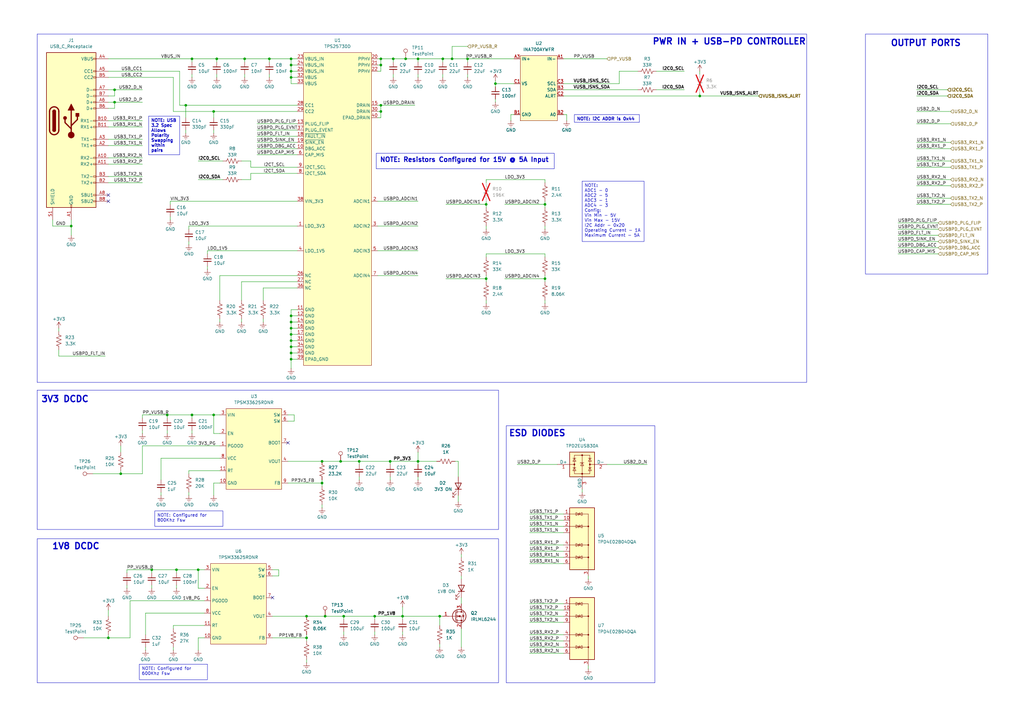
<source format=kicad_sch>
(kicad_sch (version 20231120) (generator "eeschema") (generator_version "8.0")
  (paper "A3")
  (title_block (title "Power") (date "2024-10-14") (rev "2.0") (company "Drexel University") (comment 1 "Designed by John Hofmeyr"))
  (junction (at 199.39 114.3))
  (junction (at 171.45 189.23))
  (junction (at 119.38 139.7))
  (junction (at 287.02 39.37))
  (junction (at 125.73 261.62))
  (junction (at 110.49 24.13))
  (junction (at 147.32 189.23))
  (junction (at 203.2 34.29))
  (junction (at 181.61 24.13))
  (junction (at 119.38 31.75))
  (junction (at 46.99 41.91))
  (junction (at 87.63 45.72))
  (junction (at 44.45 261.62))
  (junction (at 119.38 132.08))
  (junction (at 100.33 24.13))
  (junction (at 153.67 252.73))
  (junction (at 119.38 144.78))
  (junction (at 156.21 45.72))
  (junction (at 119.38 142.24))
  (junction (at 119.38 147.32))
  (junction (at 156.21 24.13))
  (junction (at 199.39 83.82))
  (junction (at 161.29 24.13))
  (junction (at 119.38 134.62))
  (junction (at 29.21 92.71))
  (junction (at 62.23 233.68))
  (junction (at 156.21 26.67))
  (junction (at 171.45 24.13))
  (junction (at 132.08 189.23))
  (junction (at 191.77 24.13))
  (junction (at 49.53 194.31))
  (junction (at 46.99 36.83))
  (junction (at 72.39 233.68))
  (junction (at 68.58 170.18))
  (junction (at 185.42 24.13))
  (junction (at 119.38 29.21))
  (junction (at 81.28 233.68))
  (junction (at 133.35 252.73))
  (junction (at 132.08 198.12))
  (junction (at 87.63 170.18))
  (junction (at 119.38 129.54))
  (junction (at 156.21 43.18))
  (junction (at 160.02 189.23))
  (junction (at 125.73 252.73))
  (junction (at 78.74 24.13))
  (junction (at 223.52 83.82))
  (junction (at 140.97 252.73))
  (junction (at 119.38 24.13))
  (junction (at 78.74 170.18))
  (junction (at 119.38 26.67))
  (junction (at 223.52 114.3))
  (junction (at 119.38 137.16))
  (junction (at 139.7 189.23))
  (junction (at 88.9 24.13))
  (junction (at 76.2 43.18))
  (junction (at 165.1 252.73))
  (junction (at 166.37 24.13))
  (junction (at 180.34 252.73))
  (no_connect (at 44.45 82.55))
  (no_connect (at 44.45 80.01))
  (no_connect (at 111.76 245.11))
  (no_connect (at 118.11 181.61))
  (wire (pts (xy 77.47 201.93) (xy 77.47 203.2)))
  (wire (pts (xy 153.67 259.08) (xy 153.67 260.35)))
  (wire (pts (xy 199.39 114.3) (xy 182.88 114.3)))
  (wire (pts (xy 389.89 76.2) (xy 375.92 76.2)))
  (wire (pts (xy 88.9 24.13) (xy 100.33 24.13)))
  (wire (pts (xy 287.02 38.1) (xy 287.02 39.37)))
  (wire (pts (xy 368.3 101.6) (xy 384.81 101.6)))
  (wire (pts (xy 375.92 45.72) (xy 389.89 45.72)))
  (wire (pts (xy 223.52 104.14) (xy 223.52 105.41)))
  (wire (pts (xy 156.21 29.21) (xy 154.94 29.21)))
  (wire (pts (xy 24.13 134.62) (xy 24.13 135.89)))
  (wire (pts (xy 389.89 66.04) (xy 375.92 66.04)))
  (wire (pts (xy 119.38 137.16) (xy 119.38 139.7)))
  (wire (pts (xy 368.3 93.98) (xy 384.81 93.98)))
  (wire (pts (xy 78.74 30.48) (xy 78.74 31.75)))
  (wire (pts (xy 156.21 48.26) (xy 156.21 45.72)))
  (wire (pts (xy 191.77 24.13) (xy 210.82 24.13)))
  (wire (pts (xy 85.09 104.14) (xy 85.09 102.87)))
  (wire (pts (xy 29.21 90.17) (xy 29.21 92.71)))
  (wire (pts (xy 161.29 24.13) (xy 166.37 24.13)))
  (wire (pts (xy 58.42 170.18) (xy 58.42 171.45)))
  (wire (pts (xy 83.82 256.54) (xy 71.12 256.54)))
  (wire (pts (xy 110.49 30.48) (xy 110.49 31.75)))
  (wire (pts (xy 156.21 24.13) (xy 156.21 26.67)))
  (wire (pts (xy 66.04 187.96) (xy 66.04 196.85)))
  (wire (pts (xy 120.65 170.18) (xy 120.65 172.72)))
  (wire (pts (xy 223.52 82.55) (xy 223.52 83.82)))
  (wire (pts (xy 119.38 34.29) (xy 121.92 34.29)))
  (wire (pts (xy 181.61 252.73) (xy 180.34 252.73)))
  (wire (pts (xy 105.41 55.88) (xy 121.92 55.88)))
  (wire (pts (xy 199.39 113.03) (xy 199.39 114.3)))
  (wire (pts (xy 69.85 82.55) (xy 121.92 82.55)))
  (wire (pts (xy 118.11 198.12) (xy 132.08 198.12)))
  (wire (pts (xy 68.58 170.18) (xy 68.58 171.45)))
  (wire (pts (xy 199.39 82.55) (xy 199.39 83.82)))
  (wire (pts (xy 105.41 53.34) (xy 121.92 53.34)))
  (wire (pts (xy 166.37 24.13) (xy 171.45 24.13)))
  (wire (pts (xy 140.97 259.08) (xy 140.97 260.35)))
  (wire (pts (xy 231.14 223.52) (xy 217.17 223.52)))
  (wire (pts (xy 389.89 58.42) (xy 375.92 58.42)))
  (wire (pts (xy 223.52 123.19) (xy 223.52 124.46)))
  (wire (pts (xy 209.55 46.99) (xy 209.55 49.53)))
  (wire (pts (xy 231.14 213.36) (xy 217.17 213.36)))
  (wire (pts (xy 161.29 25.4) (xy 161.29 24.13)))
  (wire (pts (xy 77.47 193.04) (xy 77.47 194.31)))
  (wire (pts (xy 81.28 241.3) (xy 81.28 233.68)))
  (wire (pts (xy 156.21 24.13) (xy 154.94 24.13)))
  (wire (pts (xy 77.47 93.98) (xy 77.47 92.71)))
  (wire (pts (xy 90.17 113.03) (xy 121.92 113.03)))
  (wire (pts (xy 231.14 218.44) (xy 217.17 218.44)))
  (wire (pts (xy 231.14 267.97) (xy 217.17 267.97)))
  (wire (pts (xy 73.66 43.18) (xy 76.2 43.18)))
  (wire (pts (xy 58.42 176.53) (xy 58.42 177.8)))
  (wire (pts (xy 107.95 123.19) (xy 107.95 118.11)))
  (wire (pts (xy 90.17 187.96) (xy 66.04 187.96)))
  (wire (pts (xy 238.76 200.66) (xy 238.76 201.93)))
  (wire (pts (xy 107.95 118.11) (xy 121.92 118.11)))
  (wire (pts (xy 165.1 252.73) (xy 153.67 252.73)))
  (wire (pts (xy 111.76 233.68) (xy 114.3 233.68)))
  (wire (pts (xy 181.61 24.13) (xy 185.42 24.13)))
  (wire (pts (xy 118.11 170.18) (xy 120.65 170.18)))
  (wire (pts (xy 78.74 24.13) (xy 88.9 24.13)))
  (wire (pts (xy 71.12 45.72) (xy 87.63 45.72)))
  (wire (pts (xy 90.17 130.81) (xy 90.17 132.08)))
  (wire (pts (xy 269.24 29.21) (xy 280.67 29.21)))
  (wire (pts (xy 87.63 170.18) (xy 90.17 170.18)))
  (wire (pts (xy 187.96 203.2) (xy 187.96 205.74)))
  (wire (pts (xy 81.28 66.04) (xy 91.44 66.04)))
  (wire (pts (xy 119.38 29.21) (xy 121.92 29.21)))
  (wire (pts (xy 241.3 236.22) (xy 241.3 237.49)))
  (wire (pts (xy 165.1 254) (xy 165.1 252.73)))
  (wire (pts (xy 269.24 36.83) (xy 280.67 36.83)))
  (wire (pts (xy 69.85 88.9) (xy 69.85 90.17)))
  (wire (pts (xy 78.74 170.18) (xy 78.74 171.45)))
  (wire (pts (xy 187.96 189.23) (xy 187.96 195.58)))
  (wire (pts (xy 44.45 49.53) (xy 58.42 49.53)))
  (wire (pts (xy 76.2 43.18) (xy 76.2 48.26)))
  (wire (pts (xy 156.21 43.18) (xy 156.21 45.72)))
  (wire (pts (xy 46.99 44.45) (xy 46.99 41.91)))
  (wire (pts (xy 199.39 123.19) (xy 199.39 124.46)))
  (wire (pts (xy 44.45 24.13) (xy 78.74 24.13)))
  (wire (pts (xy 102.87 68.58) (xy 102.87 66.04)))
  (wire (pts (xy 154.94 92.71) (xy 171.45 92.71)))
  (wire (pts (xy 210.82 46.99) (xy 209.55 46.99)))
  (wire (pts (xy 119.38 137.16) (xy 121.92 137.16)))
  (wire (pts (xy 223.52 73.66) (xy 223.52 74.93)))
  (wire (pts (xy 59.69 265.43) (xy 59.69 266.7)))
  (wire (pts (xy 111.76 252.73) (xy 125.73 252.73)))
  (wire (pts (xy 105.41 50.8) (xy 121.92 50.8)))
  (wire (pts (xy 287.02 29.21) (xy 287.02 30.48)))
  (wire (pts (xy 87.63 177.8) (xy 87.63 170.18)))
  (wire (pts (xy 83.82 261.62) (xy 81.28 261.62)))
  (wire (pts (xy 72.39 233.68) (xy 72.39 234.95)))
  (wire (pts (xy 212.09 190.5) (xy 228.6 190.5)))
  (wire (pts (xy 44.45 52.07) (xy 58.42 52.07)))
  (wire (pts (xy 156.21 26.67) (xy 154.94 26.67)))
  (wire (pts (xy 156.21 26.67) (xy 156.21 29.21)))
  (wire (pts (xy 88.9 30.48) (xy 88.9 31.75)))
  (wire (pts (xy 223.52 113.03) (xy 223.52 114.3)))
  (wire (pts (xy 231.14 255.27) (xy 217.17 255.27)))
  (wire (pts (xy 231.14 262.89) (xy 217.17 262.89)))
  (wire (pts (xy 83.82 246.38) (xy 53.34 246.38)))
  (wire (pts (xy 53.34 261.62) (xy 44.45 261.62)))
  (wire (pts (xy 119.38 31.75) (xy 121.92 31.75)))
  (wire (pts (xy 223.52 114.3) (xy 223.52 115.57)))
  (wire (pts (xy 119.38 139.7) (xy 121.92 139.7)))
  (wire (pts (xy 99.06 123.19) (xy 99.06 115.57)))
  (wire (pts (xy 52.07 240.03) (xy 52.07 241.3)))
  (wire (pts (xy 203.2 33.02) (xy 203.2 34.29)))
  (wire (pts (xy 81.28 73.66) (xy 91.44 73.66)))
  (wire (pts (xy 287.02 39.37) (xy 311.15 39.37)))
  (wire (pts (xy 199.39 73.66) (xy 199.39 74.93)))
  (wire (pts (xy 119.38 24.13) (xy 119.38 26.67)))
  (wire (pts (xy 119.38 142.24) (xy 121.92 142.24)))
  (wire (pts (xy 368.3 104.14) (xy 384.81 104.14)))
  (wire (pts (xy 160.02 195.58) (xy 160.02 196.85)))
  (wire (pts (xy 119.38 147.32) (xy 119.38 151.13)))
  (wire (pts (xy 231.14 34.29) (xy 254 34.29)))
  (wire (pts (xy 110.49 24.13) (xy 119.38 24.13)))
  (wire (pts (xy 375.92 39.37) (xy 388.62 39.37)))
  (wire (pts (xy 156.21 43.18) (xy 170.18 43.18)))
  (wire (pts (xy 223.52 83.82) (xy 207.01 83.82)))
  (wire (pts (xy 165.1 259.08) (xy 165.1 260.35)))
  (wire (pts (xy 199.39 83.82) (xy 199.39 85.09)))
  (wire (pts (xy 199.39 104.14) (xy 199.39 105.41)))
  (wire (pts (xy 83.82 241.3) (xy 81.28 241.3)))
  (wire (pts (xy 62.23 240.03) (xy 62.23 241.3)))
  (wire (pts (xy 199.39 104.14) (xy 223.52 104.14)))
  (wire (pts (xy 87.63 198.12) (xy 87.63 203.2)))
  (wire (pts (xy 119.38 26.67) (xy 119.38 29.21)))
  (wire (pts (xy 111.76 261.62) (xy 125.73 261.62)))
  (wire (pts (xy 71.12 31.75) (xy 44.45 31.75)))
  (wire (pts (xy 199.39 114.3) (xy 199.39 115.57)))
  (wire (pts (xy 105.41 60.96) (xy 121.92 60.96)))
  (wire (pts (xy 119.38 29.21) (xy 119.38 31.75)))
  (wire (pts (xy 375.92 50.8) (xy 389.89 50.8)))
  (wire (pts (xy 90.17 182.88) (xy 58.42 182.88)))
  (wire (pts (xy 77.47 99.06) (xy 77.47 100.33)))
  (wire (pts (xy 69.85 83.82) (xy 69.85 82.55)))
  (wire (pts (xy 368.3 99.06) (xy 384.81 99.06)))
  (wire (pts (xy 71.12 265.43) (xy 71.12 266.7)))
  (wire (pts (xy 44.45 67.31) (xy 58.42 67.31)))
  (wire (pts (xy 24.13 143.51) (xy 24.13 146.05)))
  (wire (pts (xy 85.09 109.22) (xy 85.09 110.49)))
  (wire (pts (xy 231.14 39.37) (xy 287.02 39.37)))
  (wire (pts (xy 191.77 30.48) (xy 191.77 31.75)))
  (wire (pts (xy 100.33 25.4) (xy 100.33 24.13)))
  (wire (pts (xy 46.99 36.83) (xy 58.42 36.83)))
  (wire (pts (xy 265.43 190.5) (xy 248.92 190.5)))
  (wire (pts (xy 58.42 194.31) (xy 49.53 194.31)))
  (wire (pts (xy 121.92 43.18) (xy 76.2 43.18)))
  (wire (pts (xy 66.04 201.93) (xy 66.04 203.2)))
  (wire (pts (xy 68.58 170.18) (xy 78.74 170.18)))
  (wire (pts (xy 119.38 129.54) (xy 119.38 132.08)))
  (wire (pts (xy 99.06 73.66) (xy 102.87 73.66)))
  (wire (pts (xy 185.42 19.05) (xy 191.77 19.05)))
  (wire (pts (xy 147.32 189.23) (xy 147.32 190.5)))
  (wire (pts (xy 81.28 261.62) (xy 81.28 266.7)))
  (wire (pts (xy 181.61 25.4) (xy 181.61 24.13)))
  (wire (pts (xy 100.33 30.48) (xy 100.33 31.75)))
  (wire (pts (xy 389.89 81.28) (xy 375.92 81.28)))
  (wire (pts (xy 231.14 247.65) (xy 217.17 247.65)))
  (wire (pts (xy 119.38 142.24) (xy 119.38 144.78)))
  (wire (pts (xy 165.1 248.92) (xy 165.1 252.73)))
  (wire (pts (xy 49.53 193.04) (xy 49.53 194.31)))
  (wire (pts (xy 154.94 43.18) (xy 156.21 43.18)))
  (wire (pts (xy 53.34 246.38) (xy 53.34 261.62)))
  (wire (pts (xy 185.42 24.13) (xy 185.42 19.05)))
  (wire (pts (xy 62.23 233.68) (xy 62.23 234.95)))
  (wire (pts (xy 73.66 43.18) (xy 73.66 29.21)))
  (wire (pts (xy 90.17 193.04) (xy 77.47 193.04)))
  (wire (pts (xy 119.38 127) (xy 121.92 127)))
  (wire (pts (xy 73.66 29.21) (xy 44.45 29.21)))
  (wire (pts (xy 119.38 132.08) (xy 119.38 134.62)))
  (wire (pts (xy 99.06 130.81) (xy 99.06 132.08)))
  (wire (pts (xy 114.3 236.22) (xy 111.76 236.22)))
  (wire (pts (xy 29.21 92.71) (xy 29.21 96.52)))
  (wire (pts (xy 254 34.29) (xy 254 29.21)))
  (wire (pts (xy 58.42 170.18) (xy 68.58 170.18)))
  (wire (pts (xy 231.14 24.13) (xy 248.92 24.13)))
  (wire (pts (xy 21.59 90.17) (xy 21.59 92.71)))
  (wire (pts (xy 199.39 92.71) (xy 199.39 93.98)))
  (wire (pts (xy 99.06 115.57) (xy 121.92 115.57)))
  (wire (pts (xy 119.38 26.67) (xy 121.92 26.67)))
  (wire (pts (xy 185.42 24.13) (xy 191.77 24.13)))
  (wire (pts (xy 389.89 68.58) (xy 375.92 68.58)))
  (wire (pts (xy 231.14 46.99) (xy 232.41 46.99)))
  (wire (pts (xy 52.07 233.68) (xy 52.07 234.95)))
  (wire (pts (xy 83.82 251.46) (xy 59.69 251.46)))
  (wire (pts (xy 44.45 36.83) (xy 46.99 36.83)))
  (wire (pts (xy 46.99 41.91) (xy 58.42 41.91)))
  (wire (pts (xy 46.99 39.37) (xy 46.99 36.83)))
  (wire (pts (xy 231.14 265.43) (xy 217.17 265.43)))
  (wire (pts (xy 110.49 24.13) (xy 100.33 24.13)))
  (wire (pts (xy 154.94 48.26) (xy 156.21 48.26)))
  (wire (pts (xy 44.45 41.91) (xy 46.99 41.91)))
  (wire (pts (xy 107.95 130.81) (xy 107.95 132.08)))
  (wire (pts (xy 171.45 195.58) (xy 171.45 196.85)))
  (wire (pts (xy 119.38 139.7) (xy 119.38 142.24)))
  (wire (pts (xy 231.14 260.35) (xy 217.17 260.35)))
  (wire (pts (xy 44.45 250.19) (xy 44.45 252.73)))
  (wire (pts (xy 71.12 45.72) (xy 71.12 31.75)))
  (wire (pts (xy 153.67 252.73) (xy 153.67 254)))
  (wire (pts (xy 58.42 182.88) (xy 58.42 194.31)))
  (wire (pts (xy 147.32 189.23) (xy 160.02 189.23)))
  (wire (pts (xy 186.69 189.23) (xy 187.96 189.23)))
  (wire (pts (xy 90.17 123.19) (xy 90.17 113.03)))
  (wire (pts (xy 119.38 129.54) (xy 121.92 129.54)))
  (wire (pts (xy 171.45 25.4) (xy 171.45 24.13)))
  (wire (pts (xy 191.77 25.4) (xy 191.77 24.13)))
  (wire (pts (xy 119.38 134.62) (xy 121.92 134.62)))
  (wire (pts (xy 199.39 73.66) (xy 223.52 73.66)))
  (wire (pts (xy 72.39 233.68) (xy 81.28 233.68)))
  (wire (pts (xy 119.38 144.78) (xy 121.92 144.78)))
  (wire (pts (xy 119.38 127) (xy 119.38 129.54)))
  (wire (pts (xy 119.38 134.62) (xy 119.38 137.16)))
  (wire (pts (xy 171.45 30.48) (xy 171.45 31.75)))
  (wire (pts (xy 49.53 182.88) (xy 49.53 185.42)))
  (wire (pts (xy 90.17 198.12) (xy 87.63 198.12)))
  (wire (pts (xy 44.45 39.37) (xy 46.99 39.37)))
  (wire (pts (xy 44.45 44.45) (xy 46.99 44.45)))
  (wire (pts (xy 231.14 210.82) (xy 217.17 210.82)))
  (wire (pts (xy 44.45 74.93) (xy 58.42 74.93)))
  (wire (pts (xy 24.13 146.05) (xy 43.18 146.05)))
  (wire (pts (xy 44.45 64.77) (xy 58.42 64.77)))
  (wire (pts (xy 88.9 25.4) (xy 88.9 24.13)))
  (wire (pts (xy 156.21 24.13) (xy 161.29 24.13)))
  (wire (pts (xy 71.12 256.54) (xy 71.12 257.81)))
  (wire (pts (xy 44.45 57.15) (xy 58.42 57.15)))
  (wire (pts (xy 34.29 261.62) (xy 44.45 261.62)))
  (wire (pts (xy 231.14 250.19) (xy 217.17 250.19)))
  (wire (pts (xy 78.74 170.18) (xy 87.63 170.18)))
  (wire (pts (xy 72.39 240.03) (xy 72.39 241.3)))
  (wire (pts (xy 231.14 226.06) (xy 217.17 226.06)))
  (wire (pts (xy 199.39 83.82) (xy 182.88 83.82)))
  (wire (pts (xy 87.63 45.72) (xy 87.63 48.26)))
  (wire (pts (xy 132.08 207.01) (xy 132.08 208.28)))
  (wire (pts (xy 203.2 34.29) (xy 203.2 35.56)))
  (wire (pts (xy 165.1 252.73) (xy 180.34 252.73)))
  (wire (pts (xy 241.3 273.05) (xy 241.3 274.32)))
  (wire (pts (xy 375.92 36.83) (xy 388.62 36.83)))
  (wire (pts (xy 132.08 196.85) (xy 132.08 198.12)))
  (wire (pts (xy 156.21 45.72) (xy 154.94 45.72)))
  (wire (pts (xy 189.23 236.22) (xy 189.23 237.49)))
  (wire (pts (xy 121.92 45.72) (xy 87.63 45.72)))
  (wire (pts (xy 76.2 53.34) (xy 76.2 54.61)))
  (wire (pts (xy 132.08 189.23) (xy 139.7 189.23)))
  (wire (pts (xy 160.02 189.23) (xy 160.02 190.5)))
  (wire (pts (xy 44.45 260.35) (xy 44.45 261.62)))
  (wire (pts (xy 232.41 46.99) (xy 232.41 49.53)))
  (wire (pts (xy 189.23 227.33) (xy 189.23 228.6)))
  (wire (pts (xy 62.23 233.68) (xy 72.39 233.68)))
  (wire (pts (xy 154.94 113.03) (xy 171.45 113.03)))
  (wire (pts (xy 231.14 215.9) (xy 217.17 215.9)))
  (wire (pts (xy 119.38 24.13) (xy 121.92 24.13)))
  (wire (pts (xy 171.45 24.13) (xy 181.61 24.13)))
  (wire (pts (xy 77.47 92.71) (xy 121.92 92.71)))
  (wire (pts (xy 140.97 252.73) (xy 140.97 254)))
  (wire (pts (xy 231.14 231.14) (xy 217.17 231.14)))
  (wire (pts (xy 189.23 257.81) (xy 189.23 265.43)))
  (wire (pts (xy 171.45 185.42) (xy 171.45 189.23)))
  (wire (pts (xy 389.89 60.96) (xy 375.92 60.96)))
  (wire (pts (xy 105.41 58.42) (xy 121.92 58.42)))
  (wire (pts (xy 223.52 92.71) (xy 223.52 93.98)))
  (wire (pts (xy 78.74 176.53) (xy 78.74 177.8)))
  (wire (pts (xy 44.45 59.69) (xy 58.42 59.69)))
  (wire (pts (xy 133.35 252.73) (xy 140.97 252.73)))
  (wire (pts (xy 189.23 245.11) (xy 189.23 247.65)))
  (wire (pts (xy 78.74 25.4) (xy 78.74 24.13)))
  (wire (pts (xy 38.1 194.31) (xy 49.53 194.31)))
  (wire (pts (xy 102.87 66.04) (xy 99.06 66.04)))
  (wire (pts (xy 119.38 147.32) (xy 121.92 147.32)))
  (wire (pts (xy 81.28 233.68) (xy 83.82 233.68)))
  (wire (pts (xy 119.38 144.78) (xy 119.38 147.32)))
  (wire (pts (xy 132.08 198.12) (xy 132.08 199.39)))
  (wire (pts (xy 125.73 252.73) (xy 133.35 252.73)))
  (wire (pts (xy 171.45 189.23) (xy 160.02 189.23)))
  (wire (pts (xy 140.97 252.73) (xy 153.67 252.73)))
  (wire (pts (xy 90.17 177.8) (xy 87.63 177.8)))
  (wire (pts (xy 102.87 68.58) (xy 121.92 68.58)))
  (wire (pts (xy 180.34 252.73) (xy 180.34 256.54)))
  (wire (pts (xy 223.52 83.82) (xy 223.52 85.09)))
  (wire (pts (xy 21.59 92.71) (xy 29.21 92.71)))
  (wire (pts (xy 52.07 233.68) (xy 62.23 233.68)))
  (wire (pts (xy 120.65 172.72) (xy 118.11 172.72)))
  (wire (pts (xy 203.2 40.64) (xy 203.2 41.91)))
  (wire (pts (xy 125.73 270.51) (xy 125.73 271.78)))
  (wire (pts (xy 154.94 82.55) (xy 171.45 82.55)))
  (wire (pts (xy 68.58 176.53) (xy 68.58 177.8)))
  (wire (pts (xy 119.38 132.08) (xy 121.92 132.08)))
  (wire (pts (xy 180.34 264.16) (xy 180.34 265.43)))
  (wire (pts (xy 389.89 83.82) (xy 375.92 83.82)))
  (wire (pts (xy 118.11 189.23) (xy 132.08 189.23)))
  (wire (pts (xy 110.49 25.4) (xy 110.49 24.13)))
  (wire (pts (xy 389.89 73.66) (xy 375.92 73.66)))
  (wire (pts (xy 125.73 260.35) (xy 125.73 261.62)))
  (wire (pts (xy 59.69 251.46) (xy 59.69 260.35)))
  (wire (pts (xy 171.45 189.23) (xy 179.07 189.23)))
  (wire (pts (xy 44.45 72.39) (xy 58.42 72.39)))
  (wire (pts (xy 223.52 114.3) (xy 207.01 114.3)))
  (wire (pts (xy 254 29.21) (xy 261.62 29.21)))
  (wire (pts (xy 154.94 102.87) (xy 171.45 102.87)))
  (wire (pts (xy 85.09 102.87) (xy 121.92 102.87)))
  (wire (pts (xy 114.3 233.68) (xy 114.3 236.22)))
  (wire (pts (xy 102.87 71.12) (xy 121.92 71.12)))
  (wire (pts (xy 368.3 96.52) (xy 384.81 96.52)))
  (wire (pts (xy 87.63 53.34) (xy 87.63 54.61)))
  (wire (pts (xy 231.14 252.73) (xy 217.17 252.73)))
  (wire (pts (xy 231.14 228.6) (xy 217.17 228.6)))
  (wire (pts (xy 231.14 36.83) (xy 261.62 36.83)))
  (wire (pts (xy 171.45 190.5) (xy 171.45 189.23)))
  (wire (pts (xy 368.3 91.44) (xy 384.81 91.44)))
  (wire (pts (xy 181.61 30.48) (xy 181.61 31.75)))
  (wire (pts (xy 102.87 71.12) (xy 102.87 73.66)))
  (wire (pts (xy 161.29 30.48) (xy 161.29 31.75)))
  (wire (pts (xy 119.38 31.75) (xy 119.38 34.29)))
  (wire (pts (xy 139.7 189.23) (xy 147.32 189.23)))
  (wire (pts (xy 147.32 195.58) (xy 147.32 196.85)))
  (wire (pts (xy 125.73 261.62) (xy 125.73 262.89)))
  (wire (pts (xy 210.82 34.29) (xy 203.2 34.29)))
  (wire (pts (xy 105.41 63.5) (xy 121.92 63.5)))
  (rectangle (start 15.24 220.98) (end 204.47 280.035))
  (rectangle (start 15.24 160.02) (end 204.47 217.17))
  (rectangle (start 354.965 13.97) (end 405.13 112.395))
  (rectangle (start 207.645 174.625) (end 268.605 280.035))
  (rectangle (start 15.24 13.97) (end 330.835 156.845))
  (text_box "NOTE: Configured for 800Khz Fsw" (at 63.5 209.55 0) (size 27.94 6.35) (effects (font (size 1.27 1.27)) (justify left top)))
  (text_box "NOTE: Resistors Configured for 15V @ 5A Input" (at 154.305 62.865 0) (size 73.025 6.35) (effects (font (size 1.905 1.905) (thickness 0.381) (bold yes)) (justify left top)))
  (text_box "NOTE: Configured for 600Khz Fsw" (at 57.15 272.415 0) (size 27.94 6.35) (effects (font (size 1.27 1.27)) (justify left top)))
  (text_box "NOTE:\nADC1 - 0\nADC2 - 5\nADC3 - 1\nADC4 - 3\nConfig: \nVin Min - 5V\nVin Max - 15V\nI2C Addr - 0x20\nOperating Current - 1A\nMaximum Current - 5A" (at 238.76 74.295 0) (size 25.4 24.765) (effects (font (size 1.27 1.27)) (justify left top)))
  (text_box "NOTE: USB 3.2 Spec Allows Polarity Swapping within pairs" (at 60.96 47.625 0) (size 12.7 15.875) (effects (font (size 1.27 1.27) (thickness 0.254) (bold yes)) (justify left top)))
  (text_box "NOTE: i2C ADDR is 0x44" (at 235.585 46.99 0) (size 26.67 3.175) (effects (font (size 1.27 1.27) (bold yes)) (justify left top)))
  (text "PWR IN + USB-PD CONTROLLER" (at 299.085 17.145 0) (effects (font (size 2.54 2.54) (thickness 0.508) (bold yes))))
  (text "OUTPUT PORTS" (at 379.73 17.78 0) (effects (font (size 2.54 2.54) (thickness 0.508) (bold yes))))
  (text "1V8 DCDC" (at 31.115 224.155 0) (effects (font (size 2.54 2.54) (thickness 0.508) (bold yes))))
  (text "3V3 DCDC" (at 26.67 163.83 0) (effects (font (size 2.54 2.54) (thickness 0.508) (bold yes))))
  (text "ESD DIODES" (at 220.345 177.8 0) (effects (font (size 2.54 2.54) (thickness 0.508) (bold yes))))
  (label "USB3_TX1_N" (at 217.17 218.44 0))
  (label "USB3_RX1_P" (at 217.17 223.52 0))
  (label "USB3_TX2_P" (at 217.17 250.19 0))
  (label "USBPD_FLT_IN" (at 105.41 55.88 0))
  (label "USB3_RX2_N" (at 375.92 73.66 0))
  (label "VUSB_ISNS_SCL" (at 250.19 34.29 180) (effects (font (bold yes))))
  (label "I2C0_SDA" (at 280.67 36.83 180) (effects (font (bold yes))))
  (label "USBPD_PLG_FLIP" (at 368.3 91.44 0))
  (label "USB_CC1" (at 58.42 29.21 180))
  (label "USB3_RX1_P" (at 375.92 60.96 0))
  (label "I2C0_SCL" (at 81.28 66.04 0) (effects (font (bold yes))))
  (label "USB3_TX1_N" (at 58.42 59.69 180))
  (label "USB3_TX1_P" (at 217.17 213.36 0))
  (label "USBPD_DBG_ACC" (at 368.3 101.6 0))
  (label "USBPD_PLG_FLIP" (at 105.41 50.8 0))
  (label "USB3_TX2_N" (at 58.42 72.39 180))
  (label "LDO_3V3" (at 77.47 92.71 0))
  (label "USBPD_SINK_EN" (at 368.3 99.06 0))
  (label "USB3_RX1_N" (at 58.42 52.07 180))
  (label "VBUS_IN" (at 66.04 24.13 0))
  (label "USBPD_ADCIN2" (at 207.01 83.82 0))
  (label "I2C0_SDA" (at 375.92 39.37 0) (effects (font (bold yes))))
  (label "PP_VUSB_R" (at 58.42 170.18 0))
  (label "USB3_TX1_P" (at 375.92 68.58 0))
  (label "USB3_RX2_P" (at 58.42 67.31 180))
  (label "PP_VUSB" (at 243.84 24.13 180))
  (label "USB_CC2" (at 58.42 31.75 180))
  (label "USB3_TX2_P" (at 375.92 83.82 0))
  (label "I2C0_SDA" (at 81.28 73.66 0) (effects (font (bold yes))))
  (label "USB2_D_N" (at 58.42 36.83 180))
  (label "USB3_RX2_P" (at 217.17 262.89 0))
  (label "USB3_TX1_N" (at 375.92 66.04 0))
  (label "USB3_TX1_P" (at 58.42 57.15 180))
  (label "USBPD_ADCIN4" (at 171.45 113.03 180))
  (label "PP_1V8" (at 154.94 252.73 0) (effects (font (bold yes))))
  (label "USB3_RX1_N" (at 217.17 231.14 0))
  (label "USB3_RX1_P" (at 217.17 226.06 0))
  (label "LDO_3V3" (at 207.01 73.66 0))
  (label "USB3_RX2_P" (at 375.92 76.2 0))
  (label "USBPD_ADCIN3" (at 182.88 114.3 0))
  (label "USB3_RX2_N" (at 217.17 267.97 0))
  (label "VIN_3V3" (at 69.85 82.55 0))
  (label "USB3_TX2_P" (at 217.17 247.65 0))
  (label "USBPD_ADCIN1" (at 182.88 83.82 0))
  (label "LDO_3V3" (at 207.01 104.14 0))
  (label "USB3_RX1_N" (at 375.92 58.42 0))
  (label "USBPD_CAP_MIS" (at 105.41 63.5 0))
  (label "USB2_D_P" (at 58.42 41.91 180))
  (label "USB3_RX2_P" (at 217.17 260.35 0))
  (label "USB3_TX2_N" (at 217.17 252.73 0))
  (label "USBPD_DBG_ACC" (at 105.41 60.96 0))
  (label "I2CT_SDA" (at 116.84 71.12 180))
  (label "USB3_TX2_N" (at 217.17 255.27 0))
  (label "USB3_TX1_N" (at 217.17 215.9 0))
  (label "USB3_TX2_P" (at 58.42 74.93 180))
  (label "USBPD_PLG_EVNT" (at 368.3 93.98 0))
  (label "PP_VUSB_R" (at 52.07 233.68 0))
  (label "USBPD_CAP_MIS" (at 368.3 104.14 0))
  (label "PP1V8_FB" (at 114.3 261.62 0))
  (label "USBPD_ADCIN4" (at 207.01 114.3 0))
  (label "I2CT_SCL" (at 116.84 68.58 180))
  (label "USBPD_ADCIN2" (at 171.45 92.71 180))
  (label "USB2_D_N" (at 265.43 190.5 180))
  (label "GND" (at 22.86 92.71 0))
  (label "USB3_TX1_P" (at 217.17 210.82 0))
  (label "USBPD_ADCIN1" (at 171.45 82.55 180))
  (label "USB2_D_P" (at 212.09 190.5 0))
  (label "I2C0_SCL" (at 375.92 36.83 0) (effects (font (bold yes))))
  (label "VUSB_ISNS_SDA" (at 250.19 36.83 180) (effects (font (bold yes))))
  (label "VUSB_ISNS_ALRT" (at 311.15 39.37 180) (effects (font (bold yes))))
  (label "PP_3V3" (at 161.29 189.23 0) (effects (font (bold yes))))
  (label "USBPD_DRAIN" (at 170.18 43.18 180))
  (label "USBPD_PLG_EVNT" (at 105.41 53.34 0))
  (label "1V8_PG" (at 74.93 246.38 0))
  (label "USBPD_FLT_IN" (at 43.18 146.05 180))
  (label "USB3_RX1_N" (at 217.17 228.6 0))
  (label "LDO_1V5" (at 85.09 102.87 0))
  (label "USB3_RX2_N" (at 217.17 265.43 0))
  (label "3V3_PG" (at 81.28 182.88 0))
  (label "PP_VUSB_R" (at 201.93 24.13 180))
  (label "USB3_RX1_P" (at 58.42 49.53 180))
  (label "USB3_TX2_N" (at 375.92 81.28 0))
  (label "USB2_D_N" (at 375.92 45.72 0))
  (label "USBPD_SINK_EN" (at 105.41 58.42 0))
  (label "USBPD_FLT_IN" (at 368.3 96.52 0))
  (label "USBPD_ADCIN3" (at 171.45 102.87 180))
  (label "PP3V3_FB" (at 119.38 198.12 0))
  (label "USB2_D_P" (at 375.92 50.8 0))
  (label "USB3_RX2_N" (at 58.42 64.77 180))
  (label "I2C0_SCL" (at 280.67 29.21 180) (effects (font (bold yes))))
  (hierarchical_label "VUSB_ISNS_ALRT" (shape input) (at 311.15 39.37 0) (effects (font (bold yes))))
  (hierarchical_label "USB3_RX1_N" (shape input) (at 389.89 58.42 0))
  (hierarchical_label "USB2_D_N" (shape input) (at 389.89 45.72 0))
  (hierarchical_label "USB3_RX2_P" (shape input) (at 389.89 76.2 0))
  (hierarchical_label "I2C0_SCL" (shape input) (at 388.62 36.83 0) (effects (font (bold yes))))
  (hierarchical_label "USB3_RX2_N" (shape input) (at 389.89 73.66 0))
  (hierarchical_label "USB3_TX1_P" (shape input) (at 389.89 68.58 0))
  (hierarchical_label "USBPD_CAP_MIS" (shape input) (at 384.81 104.14 0))
  (hierarchical_label "PP_VUSB_R" (shape input) (at 191.77 19.05 0))
  (hierarchical_label "USBPD_FLT_IN" (shape input) (at 384.81 96.52 0))
  (hierarchical_label "USBPD_PLG_EVNT" (shape input) (at 384.81 93.98 0))
  (hierarchical_label "USB3_RX1_P" (shape input) (at 389.89 60.96 0))
  (hierarchical_label "USB3_TX1_N" (shape input) (at 389.89 66.04 0))
  (hierarchical_label "USBPD_SINK_EN" (shape input) (at 384.81 99.06 0))
  (hierarchical_label "PP_VUSB" (shape input) (at 248.92 24.13 0))
  (hierarchical_label "USBPD_PLG_FLIP" (shape input) (at 384.81 91.44 0))
  (hierarchical_label "USB2_D_P" (shape input) (at 389.89 50.8 0))
  (hierarchical_label "I2C0_SDA" (shape input) (at 388.62 39.37 0) (effects (font (bold yes))))
  (hierarchical_label "USB3_TX2_N" (shape input) (at 389.89 81.28 0))
  (hierarchical_label "USBPD_DBG_ACC" (shape input) (at 384.81 101.6 0))
  (hierarchical_label "USB3_TX2_P" (shape input) (at 389.89 83.82 0))
  (symbol (lib_id "power:GND") (at 110.49 31.75 0) (unit 1)
    (property "Reference" "#PWR013" (effects (hide yes)))
    (property "Value" "GND" (at 110.49 35.56 0))
    (property "Description" "Power symbol creates a global label with name \"GND\" , ground" (effects (hide yes)))
  )
  (symbol (lib_id "Device:R_US") (at 99.06 127 180) (unit 1)
    (property "Reference" "R21" (at 101.6 125.7299 0) (effects (justify right)))
    (property "Value" "3.3K" (at 101.6 128.2699 0) (effects (justify right)))
    (property "Footprint" "Resistor_SMD:R_0201_0603Metric" (effects (hide yes)))
    (property "Description" "Resistor, US symbol" (effects (hide yes)))
  )
  (symbol (lib_id "Device:C_Small") (at 85.09 106.68 0) (unit 1)
    (property "Reference" "C18" (at 87.63 105.4162 0) (effects (justify left)))
    (property "Value" "10uF" (at 87.63 107.9562 0) (effects (justify left)))
    (property "Footprint" "Capacitor_SMD:C_0603_1608Metric" (effects (hide yes)))
    (property "Description" "Unpolarized capacitor, small symbol" (effects (hide yes)))
  )
  (symbol (lib_id "Power_Protection:TPD4E02B04DQA") (at 238.76 220.98 0) (unit 1)
    (property "Reference" "U5" (at 245.11 219.7099 0) (effects (justify left)))
    (property "Value" "TPD4E02B04DQA" (at 245.11 222.2499 0) (effects (justify left)))
    (property "Footprint" "Package_SON:USON-10_2.5x1.0mm_P0.5mm" (effects (hide yes)))
    (property "Datasheet" "http://www.ti.com/lit/ds/symlink/tpd4e02b04.pdf" (effects (hide yes)))
    (property "Description" "4-Channel ESD Protection Diode for USB Type-C and HDMI 2.0, USON-10" (effects (hide yes)))
  )
  (symbol (lib_id "Device:C_Small") (at 77.47 96.52 0) (unit 1)
    (property "Reference" "C17" (at 80.01 95.2562 0) (effects (justify left)))
    (property "Value" "10uF" (at 80.01 97.7962 0) (effects (justify left)))
    (property "Footprint" "Capacitor_SMD:C_0603_1608Metric" (effects (hide yes)))
    (property "Description" "Unpolarized capacitor, small symbol" (effects (hide yes)))
  )
  (symbol (lib_id "power:GND") (at 87.63 54.61 0) (unit 1)
    (property "Reference" "#PWR023" (effects (hide yes)))
    (property "Value" "GND" (at 87.63 58.42 0))
    (property "Description" "Power symbol creates a global label with name \"GND\" , ground" (effects (hide yes)))
  )
  (symbol (lib_id "power:GND") (at 78.74 31.75 0) (unit 1)
    (property "Reference" "#PWR010" (effects (hide yes)))
    (property "Value" "GND" (at 78.74 35.56 0))
    (property "Description" "Power symbol creates a global label with name \"GND\" , ground" (effects (hide yes)))
  )
  (symbol (lib_id "Device:C_Small") (at 181.61 27.94 0) (unit 1)
    (property "Reference" "C11" (at 184.15 26.6762 0) (effects (justify left)))
    (property "Value" "22uF" (at 184.15 29.2162 0) (effects (justify left)))
    (property "Footprint" "Capacitor_SMD:C_0805_2012Metric" (effects (hide yes)))
    (property "Description" "Unpolarized capacitor, small symbol" (effects (hide yes)))
  )
  (symbol (lib_id "power:GND") (at 72.39 241.3 0) (unit 1)
    (property "Reference" "#PWR056" (effects (hide yes)))
    (property "Value" "GND" (at 72.39 245.11 0))
    (property "Description" "Power symbol creates a global label with name \"GND\" , ground" (effects (hide yes)))
  )
  (symbol (lib_id "Device:C_Small") (at 147.32 193.04 0) (unit 1)
    (property "Reference" "C22" (at 149.86 191.7762 0) (effects (justify left)))
    (property "Value" "22uF" (at 149.86 194.3162 0) (effects (justify left)))
    (property "Footprint" "Capacitor_SMD:C_0805_2012Metric" (effects (hide yes)))
    (property "Description" "Unpolarized capacitor, small symbol" (effects (hide yes)))
  )
  (symbol (lib_id "Connector:TestPoint") (at 38.1 194.31 90) (unit 1)
    (property "Reference" "TP26" (at 34.798 189.23 90))
    (property "Value" "TestPoint" (at 34.798 191.77 90))
    (property "Footprint" "IO_Module:Test Point 0.5mm No Silk" (effects (hide yes)))
    (property "Description" "test point" (effects (hide yes)))
  )
  (symbol (lib_id "Device:R_US") (at 265.43 36.83 270) (unit 1)
    (property "Reference" "R7" (at 265.43 31.75 90))
    (property "Value" "33R" (at 265.43 34.29 90))
    (property "Footprint" "Resistor_SMD:R_0201_0603Metric" (effects (hide yes)))
    (property "Description" "Resistor, US symbol" (effects (hide yes)))
  )
  (symbol (lib_id "power:GND") (at 78.74 177.8 0) (unit 1)
    (property "Reference" "#PWR039" (effects (hide yes)))
    (property "Value" "GND" (at 78.74 181.61 0))
    (property "Description" "Power symbol creates a global label with name \"GND\" , ground" (effects (hide yes)))
  )
  (symbol (lib_id "power:GND") (at 81.28 266.7 0) (unit 1)
    (property "Reference" "#PWR065" (effects (hide yes)))
    (property "Value" "GND" (at 81.28 270.51 0))
    (property "Description" "Power symbol creates a global label with name \"GND\" , ground" (effects (hide yes)))
  )
  (symbol (lib_id "Device:LED") (at 187.96 199.39 270) (mirror x) (unit 1)
    (property "Reference" "D2" (at 182.88 198.12 90) (effects (justify right)))
    (property "Value" "3V3 ON" (at 185.42 200.66 90) (effects (justify right)))
    (property "Footprint" "LED_SMD:LED_0603_1608Metric" (effects (hide yes)))
    (property "Description" "Light emitting diode" (effects (hide yes)))
  )
  (symbol (lib_id "power:GND") (at 223.52 93.98 0) (unit 1)
    (property "Reference" "#PWR026" (effects (hide yes)))
    (property "Value" "GND" (at 223.52 97.79 0))
    (property "Description" "Power symbol creates a global label with name \"GND\" , ground" (effects (hide yes)))
  )
  (symbol (lib_id "power:GND") (at 187.96 205.74 0) (unit 1)
    (property "Reference" "#PWR050" (effects (hide yes)))
    (property "Value" "GND" (at 187.96 209.55 0))
    (property "Description" "Power symbol creates a global label with name \"GND\" , ground" (effects (hide yes)))
  )
  (symbol (lib_id "power:GND") (at 99.06 132.08 0) (unit 1)
    (property "Reference" "#PWR033" (effects (hide yes)))
    (property "Value" "GND" (at 99.06 135.89 0))
    (property "Description" "Power symbol creates a global label with name \"GND\" , ground" (effects (hide yes)))
  )
  (symbol (lib_id "Device:C_Small") (at 68.58 173.99 0) (unit 1)
    (property "Reference" "C20" (at 71.12 172.7262 0) (effects (justify left)))
    (property "Value" "10uF" (at 71.12 175.2662 0) (effects (justify left)))
    (property "Footprint" "Capacitor_SMD:C_0603_1608Metric" (effects (hide yes)))
    (property "Description" "Unpolarized capacitor, small symbol" (effects (hide yes)))
  )
  (symbol (lib_id "Connector:TestPoint") (at 139.7 189.23 0) (unit 1)
    (property "Reference" "TP12" (at 142.24 184.6579 0) (effects (justify left)))
    (property "Value" "TestPoint" (at 142.24 187.1979 0) (effects (justify left)))
    (property "Footprint" "IO_Module:Test Point 0.5mm No Silk" (effects (hide yes)))
    (property "Description" "test point" (effects (hide yes)))
  )
  (symbol (lib_id "Device:R_US") (at 223.52 88.9 180) (unit 1)
    (property "Reference" "R13" (at 226.06 87.6299 0) (effects (justify right)))
    (property "Value" "3.3K" (at 226.06 90.1699 0) (effects (justify right)))
    (property "Footprint" "Resistor_SMD:R_0201_0603Metric" (effects (hide yes)))
    (property "Description" "Resistor, US symbol" (effects (hide yes)))
  )
  (symbol (lib_id "power:GND") (at 59.69 266.7 0) (unit 1)
    (property "Reference" "#PWR063" (effects (hide yes)))
    (property "Value" "GND" (at 59.69 270.51 0))
    (property "Description" "Power symbol creates a global label with name \"GND\" , ground" (effects (hide yes)))
  )
  (symbol (lib_id "Device:C_Small") (at 203.2 38.1 0) (unit 1)
    (property "Reference" "C13" (at 205.74 36.8362 0) (effects (justify left)))
    (property "Value" "100nF" (at 205.74 39.3762 0) (effects (justify left)))
    (property "Footprint" "Capacitor_SMD:C_0201_0603Metric" (effects (hide yes)))
    (property "Description" "Unpolarized capacitor, small symbol" (effects (hide yes)))
  )
  (symbol (lib_id "power:GND") (at 100.33 31.75 0) (unit 1)
    (property "Reference" "#PWR012" (effects (hide yes)))
    (property "Value" "GND" (at 100.33 35.56 0))
    (property "Description" "Power symbol creates a global label with name \"GND\" , ground" (effects (hide yes)))
  )
  (symbol (lib_id "Connector:TestPoint") (at 166.37 24.13 0) (unit 1)
    (property "Reference" "TP11" (at 168.91 19.5579 0) (effects (justify left)))
    (property "Value" "TestPoint" (at 168.91 22.0979 0) (effects (justify left)))
    (property "Footprint" "IO_Module:Test Point 0.5mm No Silk" (effects (hide yes)))
    (property "Description" "test point" (effects (hide yes)))
  )
  (symbol (lib_id "IO_Module:TPSM33625") (at 86.36 233.68 0) (unit 1)
    (property "Reference" "U6" (at 97.79 226.06 0))
    (property "Value" "TPSM33625RDNR" (at 97.79 228.6 0))
    (property "Footprint" "IO_Module:RDN0011A-MFG" (effects (hide yes)))
    (property "Datasheet" "https://www.ti.com/lit/ds/symlink/tpsm33625.pdf" (effects (hide yes)))
  )
  (symbol (lib_id "Device:C_Small") (at 110.49 27.94 0) (unit 1)
    (property "Reference" "C8" (at 113.03 26.6762 0) (effects (justify left)))
    (property "Value" "10nF" (at 113.03 29.2162 0) (effects (justify left)))
    (property "Footprint" "Capacitor_SMD:C_0201_0603Metric" (effects (hide yes)))
    (property "Description" "Unpolarized capacitor, small symbol" (effects (hide yes)))
  )
  (symbol (lib_id "Device:C_Small") (at 88.9 27.94 0) (unit 1)
    (property "Reference" "C6" (at 91.44 26.6762 0) (effects (justify left)))
    (property "Value" "100nF" (at 91.44 29.2162 0) (effects (justify left)))
    (property "Footprint" "Capacitor_SMD:C_0201_0603Metric" (effects (hide yes)))
    (property "Description" "Unpolarized capacitor, small symbol" (effects (hide yes)))
  )
  (symbol (lib_id "Device:R_US") (at 95.25 73.66 270) (unit 1)
    (property "Reference" "R9" (at 95.25 68.58 90))
    (property "Value" "33R" (at 95.25 71.12 90))
    (property "Footprint" "Resistor_SMD:R_0201_0603Metric" (effects (hide yes)))
    (property "Description" "Resistor, US symbol" (effects (hide yes)))
  )
  (symbol (lib_id "Device:C_Small") (at 59.69 262.89 0) (unit 1)
    (property "Reference" "C32" (at 62.23 261.6262 0) (effects (justify left)))
    (property "Value" "1uF" (at 62.23 264.1662 0) (effects (justify left)))
    (property "Footprint" "Capacitor_SMD:C_0201_0603Metric" (effects (hide yes)))
    (property "Description" "Unpolarized capacitor, small symbol" (effects (hide yes)))
  )
  (symbol (lib_id "power:GND") (at 191.77 31.75 0) (unit 1)
    (property "Reference" "#PWR017" (effects (hide yes)))
    (property "Value" "GND" (at 191.77 35.56 0))
    (property "Description" "Power symbol creates a global label with name \"GND\" , ground" (effects (hide yes)))
  )
  (symbol (lib_id "Device:C_Small") (at 66.04 199.39 0) (unit 1)
    (property "Reference" "C25" (at 68.58 198.1262 0) (effects (justify left)))
    (property "Value" "1uF" (at 68.58 200.6662 0) (effects (justify left)))
    (property "Footprint" "Capacitor_SMD:C_0201_0603Metric" (effects (hide yes)))
    (property "Description" "Unpolarized capacitor, small symbol" (effects (hide yes)))
  )
  (symbol (lib_id "Device:R_US") (at 223.52 119.38 180) (unit 1)
    (property "Reference" "R19" (at 226.06 118.1099 0) (effects (justify right)))
    (property "Value" "8.06K" (at 226.06 120.6499 0) (effects (justify right)))
    (property "Footprint" "Resistor_SMD:R_0201_0603Metric" (effects (hide yes)))
    (property "Description" "Resistor, US symbol" (effects (hide yes)))
  )
  (symbol (lib_id "Device:C_Small") (at 58.42 173.99 0) (unit 1)
    (property "Reference" "C19" (at 60.96 172.7262 0) (effects (justify left)))
    (property "Value" "10uF" (at 60.96 175.2662 0) (effects (justify left)))
    (property "Footprint" "Capacitor_SMD:C_0603_1608Metric" (effects (hide yes)))
    (property "Description" "Unpolarized capacitor, small symbol" (effects (hide yes)))
  )
  (symbol (lib_id "Power_Protection:TPD2EUSB30A") (at 238.76 190.5 0) (unit 1)
    (property "Reference" "U4" (at 238.76 180.34 0))
    (property "Value" "TPD2EUSB30A" (at 238.76 182.88 0))
    (property "Footprint" "Package_TO_SOT_SMD:Texas_DRT-3" (effects (hide yes)))
    (property "Datasheet" "http://www.ti.com/lit/ds/symlink/tpd2eusb30a.pdf" (effects (hide yes)))
    (property "Description" "2-Channel ESD Protection for Super-Speed USB 3.0 Interface, DRT-3" (effects (hide yes)))
  )
  (symbol (lib_id "Device:C_Small") (at 153.67 256.54 0) (unit 1)
    (property "Reference" "C30" (at 156.21 255.2762 0) (effects (justify left)))
    (property "Value" "100uF" (at 156.21 257.8162 0) (effects (justify left)))
    (property "Footprint" "Capacitor_SMD:C_0805_2012Metric" (effects (hide yes)))
    (property "Description" "Unpolarized capacitor, small symbol" (effects (hide yes)))
  )
  (symbol (lib_id "Device:R_US") (at 95.25 66.04 270) (unit 1)
    (property "Reference" "R8" (at 95.25 60.96 90))
    (property "Value" "33R" (at 95.25 63.5 90))
    (property "Footprint" "Resistor_SMD:R_0201_0603Metric" (effects (hide yes)))
    (property "Description" "Resistor, US symbol" (effects (hide yes)))
  )
  (symbol (lib_id "Device:LED") (at 189.23 241.3 270) (mirror x) (unit 1)
    (property "Reference" "D3" (at 184.15 240.03 90) (effects (justify right)))
    (property "Value" "1V8 ON" (at 186.69 242.57 90) (effects (justify right)))
    (property "Footprint" "LED_SMD:LED_0603_1608Metric" (effects (hide yes)))
    (property "Description" "Light emitting diode" (effects (hide yes)))
  )
  (symbol (lib_id "Connector:TestPoint") (at 133.35 252.73 0) (unit 1)
    (property "Reference" "TP13" (at 135.89 248.1579 0) (effects (justify left)))
    (property "Value" "TestPoint" (at 135.89 250.6979 0) (effects (justify left)))
    (property "Footprint" "IO_Module:Test Point 0.5mm No Silk" (effects (hide yes)))
    (property "Description" "test point" (effects (hide yes)))
  )
  (symbol (lib_id "Device:C_Small") (at 161.29 27.94 0) (unit 1)
    (property "Reference" "C9" (at 163.83 26.6762 0) (effects (justify left)))
    (property "Value" "22uF" (at 163.83 29.2162 0) (effects (justify left)))
    (property "Footprint" "Capacitor_SMD:C_0805_2012Metric" (effects (hide yes)))
    (property "Description" "Unpolarized capacitor, small symbol" (effects (hide yes)))
  )
  (symbol (lib_id "power:GND") (at 68.58 177.8 0) (unit 1)
    (property "Reference" "#PWR038" (effects (hide yes)))
    (property "Value" "GND" (at 68.58 181.61 0))
    (property "Description" "Power symbol creates a global label with name \"GND\" , ground" (effects (hide yes)))
  )
  (symbol (lib_id "power:GND") (at 87.63 203.2 0) (unit 1)
    (property "Reference" "#PWR047" (effects (hide yes)))
    (property "Value" "GND" (at 87.63 207.01 0))
    (property "Description" "Power symbol creates a global label with name \"GND\" , ground" (effects (hide yes)))
  )
  (symbol (lib_id "power:GND") (at 88.9 31.75 0) (unit 1)
    (property "Reference" "#PWR011" (effects (hide yes)))
    (property "Value" "GND" (at 88.9 35.56 0))
    (property "Description" "Power symbol creates a global label with name \"GND\" , ground" (effects (hide yes)))
  )
  (symbol (lib_id "Device:C_Small") (at 171.45 193.04 0) (unit 1)
    (property "Reference" "C24" (at 173.99 191.7762 0) (effects (justify left)))
    (property "Value" "10uF" (at 173.99 194.3162 0) (effects (justify left)))
    (property "Footprint" "Capacitor_SMD:C_0603_1608Metric" (effects (hide yes)))
    (property "Description" "Unpolarized capacitor, small symbol" (effects (hide yes)))
  )
  (symbol (lib_id "power:GND") (at 153.67 260.35 0) (unit 1)
    (property "Reference" "#PWR059" (effects (hide yes)))
    (property "Value" "GND" (at 153.67 264.16 0))
    (property "Description" "Power symbol creates a global label with name \"GND\" , ground" (effects (hide yes)))
  )
  (symbol (lib_id "power:GND") (at 77.47 203.2 0) (unit 1)
    (property "Reference" "#PWR046" (effects (hide yes)))
    (property "Value" "GND" (at 77.47 207.01 0))
    (property "Description" "Power symbol creates a global label with name \"GND\" , ground" (effects (hide yes)))
  )
  (symbol (lib_id "power:GND") (at 209.55 49.53 0) (unit 1)
    (property "Reference" "#PWR020" (effects (hide yes)))
    (property "Value" "GND" (at 209.55 53.34 0))
    (property "Description" "Power symbol creates a global label with name \"GND\" , ground" (effects (hide yes)))
  )
  (symbol (lib_id "power:+3V3") (at 49.53 182.88 0) (unit 1)
    (property "Reference" "#PWR048" (effects (hide yes)))
    (property "Value" "+3V3" (at 49.53 179.07 0))
    (property "Description" "Power symbol creates a global label with name \"+3V3\"" (effects (hide yes)))
  )
  (symbol (lib_id "power:GND") (at 199.39 124.46 0) (unit 1)
    (property "Reference" "#PWR030" (effects (hide yes)))
    (property "Value" "GND" (at 199.39 128.27 0))
    (property "Description" "Power symbol creates a global label with name \"GND\" , ground" (effects (hide yes)))
  )
  (symbol (lib_id "power:GND") (at 29.21 96.52 0) (unit 1)
    (property "Reference" "#PWR027" (effects (hide yes)))
    (property "Value" "GND" (at 29.21 100.33 0))
    (property "Description" "Power symbol creates a global label with name \"GND\" , ground" (effects (hide yes)))
  )
  (symbol (lib_id "Device:R_US") (at 199.39 88.9 180) (unit 1)
    (property "Reference" "R12" (at 201.93 87.6299 0) (effects (justify right)))
    (property "Value" "3.3K" (at 201.93 90.1699 0) (effects (justify right)))
    (property "Footprint" "Resistor_SMD:R_0201_0603Metric" (effects (hide yes)))
    (property "Description" "Resistor, US symbol" (effects (hide yes)))
  )
  (symbol (lib_id "power:GND") (at 189.23 265.43 0) (unit 1)
    (property "Reference" "#PWR062" (effects (hide yes)))
    (property "Value" "GND" (at 189.23 269.24 0))
    (property "Description" "Power symbol creates a global label with name \"GND\" , ground" (effects (hide yes)))
  )
  (symbol (lib_id "power:+3V3") (at 189.23 227.33 0) (unit 1)
    (property "Reference" "#PWR052" (effects (hide yes)))
    (property "Value" "+3V3" (at 189.23 223.52 0))
    (property "Description" "Power symbol creates a global label with name \"+3V3\"" (effects (hide yes)))
  )
  (symbol (lib_id "power:GND") (at 125.73 271.78 0) (unit 1)
    (property "Reference" "#PWR066" (effects (hide yes)))
    (property "Value" "GND" (at 125.73 275.59 0))
    (property "Description" "Power symbol creates a global label with name \"GND\" , ground" (effects (hide yes)))
  )
  (symbol (lib_id "power:GND") (at 238.76 201.93 0) (unit 1)
    (property "Reference" "#PWR044" (effects (hide yes)))
    (property "Value" "GND" (at 238.76 205.74 0))
    (property "Description" "Power symbol creates a global label with name \"GND\" , ground" (effects (hide yes)))
  )
  (symbol (lib_id "Connector:TestPoint") (at 34.29 261.62 90) (unit 1)
    (property "Reference" "TP25" (at 30.988 256.54 90))
    (property "Value" "TestPoint" (at 30.988 259.08 90))
    (property "Footprint" "IO_Module:Test Point 0.5mm No Silk" (effects (hide yes)))
    (property "Description" "test point" (effects (hide yes)))
  )
  (symbol (lib_id "Device:R_US") (at 189.23 232.41 180) (unit 1)
    (property "Reference" "R31" (at 191.77 231.1399 0) (effects (justify right)))
    (property "Value" "1K" (at 191.77 233.6799 0) (effects (justify right)))
    (property "Footprint" "Resistor_SMD:R_0201_0603Metric" (effects (hide yes)))
    (property "Description" "Resistor, US symbol" (effects (hide yes)))
  )
  (symbol (lib_id "Device:R_US") (at 287.02 34.29 180) (unit 1) (dnp yes)
    (property "Reference" "R6" (at 289.56 33.0199 0) (effects (justify right)))
    (property "Value" "3.3K" (at 289.56 35.5599 0) (effects (justify right)))
    (property "Footprint" "Resistor_SMD:R_0201_0603Metric" (effects (hide yes)))
    (property "Description" "Resistor, US symbol" (effects (hide yes)))
  )
  (symbol (lib_id "Device:C_Small") (at 191.77 27.94 0) (unit 1)
    (property "Reference" "C12" (at 194.31 26.6762 0) (effects (justify left)))
    (property "Value" "22uF" (at 194.31 29.2162 0) (effects (justify left)))
    (property "Footprint" "Capacitor_SMD:C_0805_2012Metric" (effects (hide yes)))
    (property "Description" "Unpolarized capacitor, small symbol" (effects (hide yes)))
  )
  (symbol (lib_id "Device:C_Small") (at 76.2 50.8 0) (unit 1)
    (property "Reference" "C14" (at 78.74 49.5362 0) (effects (justify left)))
    (property "Value" "330pF" (at 78.74 52.0762 0) (effects (justify left)))
    (property "Footprint" "Capacitor_SMD:C_0201_0603Metric" (effects (hide yes)))
    (property "Description" "Unpolarized capacitor, small symbol" (effects (hide yes)))
  )
  (symbol (lib_id "power:+1V8") (at 165.1 248.92 0) (unit 1)
    (property "Reference" "#PWR057" (effects (hide yes)))
    (property "Value" "+1V8" (at 165.1 245.11 0))
    (property "Description" "Power symbol creates a global label with name \"+1V8\"" (effects (hide yes)))
  )
  (symbol (lib_id "Device:R_US") (at 107.95 127 180) (unit 1)
    (property "Reference" "R22" (at 110.49 125.7299 0) (effects (justify right)))
    (property "Value" "3.3K" (at 110.49 128.2699 0) (effects (justify right)))
    (property "Footprint" "Resistor_SMD:R_0201_0603Metric" (effects (hide yes)))
    (property "Description" "Resistor, US symbol" (effects (hide yes)))
  )
  (symbol (lib_id "Device:C_Small") (at 87.63 50.8 0) (unit 1)
    (property "Reference" "C15" (at 90.17 49.5362 0) (effects (justify left)))
    (property "Value" "330pF" (at 90.17 52.0762 0) (effects (justify left)))
    (property "Footprint" "Capacitor_SMD:C_0201_0603Metric" (effects (hide yes)))
    (property "Description" "Unpolarized capacitor, small symbol" (effects (hide yes)))
  )
  (symbol (lib_id "power:+3V3") (at 287.02 29.21 0) (unit 1)
    (property "Reference" "#PWR09" (effects (hide yes)))
    (property "Value" "+3V3" (at 287.02 25.4 0))
    (property "Description" "Power symbol creates a global label with name \"+3V3\"" (effects (hide yes)))
  )
  (symbol (lib_id "power:GND") (at 77.47 100.33 0) (unit 1)
    (property "Reference" "#PWR028" (effects (hide yes)))
    (property "Value" "GND" (at 77.47 104.14 0))
    (property "Description" "Power symbol creates a global label with name \"GND\" , ground" (effects (hide yes)))
  )
  (symbol (lib_id "power:GND") (at 76.2 54.61 0) (unit 1)
    (property "Reference" "#PWR022" (effects (hide yes)))
    (property "Value" "GND" (at 76.2 58.42 0))
    (property "Description" "Power symbol creates a global label with name \"GND\" , ground" (effects (hide yes)))
  )
  (symbol (lib_id "power:+3V3") (at 24.13 134.62 0) (unit 1)
    (property "Reference" "#PWR035" (effects (hide yes)))
    (property "Value" "+3V3" (at 24.13 130.81 0))
    (property "Description" "Power symbol creates a global label with name \"+3V3\"" (effects (hide yes)))
  )
  (symbol (lib_id "power:GND") (at 180.34 265.43 0) (unit 1)
    (property "Reference" "#PWR061" (effects (hide yes)))
    (property "Value" "GND" (at 180.34 269.24 0))
    (property "Description" "Power symbol creates a global label with name \"GND\" , ground" (effects (hide yes)))
  )
  (symbol (lib_id "power:GND") (at 90.17 132.08 0) (unit 1)
    (property "Reference" "#PWR032" (effects (hide yes)))
    (property "Value" "GND" (at 90.17 135.89 0))
    (property "Description" "Power symbol creates a global label with name \"GND\" , ground" (effects (hide yes)))
  )
  (symbol (lib_id "power:GND") (at 107.95 132.08 0) (unit 1)
    (property "Reference" "#PWR034" (effects (hide yes)))
    (property "Value" "GND" (at 107.95 135.89 0))
    (property "Description" "Power symbol creates a global label with name \"GND\" , ground" (effects (hide yes)))
  )
  (symbol (lib_id "Device:R_US") (at 132.08 193.04 180) (unit 1)
    (property "Reference" "R27" (at 134.62 191.7699 0) (effects (justify right)))
    (property "Value" "23.2K" (at 134.62 194.3099 0) (effects (justify right)))
    (property "Footprint" "Resistor_SMD:R_0201_0603Metric" (effects (hide yes)))
    (property "Description" "Resistor, US symbol" (effects (hide yes)))
  )
  (symbol (lib_id "Device:C_Small") (at 69.85 86.36 0) (unit 1)
    (property "Reference" "C16" (at 72.39 85.0962 0) (effects (justify left)))
    (property "Value" "10uF" (at 72.39 87.6362 0) (effects (justify left)))
    (property "Footprint" "Capacitor_SMD:C_0603_1608Metric" (effects (hide yes)))
    (property "Description" "Unpolarized capacitor, small symbol" (effects (hide yes)))
  )
  (symbol (lib_id "Device:C_Small") (at 78.74 27.94 0) (unit 1)
    (property "Reference" "C5" (at 81.28 26.6762 0) (effects (justify left)))
    (property "Value" "10uF" (at 81.28 29.2162 0) (effects (justify left)))
    (property "Footprint" "Capacitor_SMD:C_0603_1608Metric" (effects (hide yes)))
    (property "Description" "Unpolarized capacitor, small symbol" (effects (hide yes)))
  )
  (symbol (lib_id "Device:C_Small") (at 100.33 27.94 0) (unit 1)
    (property "Reference" "C7" (at 102.87 26.6762 0) (effects (justify left)))
    (property "Value" "10nF" (at 102.87 29.2162 0) (effects (justify left)))
    (property "Footprint" "Capacitor_SMD:C_0201_0603Metric" (effects (hide yes)))
    (property "Description" "Unpolarized capacitor, small symbol" (effects (hide yes)))
  )
  (symbol (lib_id "power:+3V3") (at 44.45 250.19 0) (unit 1)
    (property "Reference" "#PWR049" (effects (hide yes)))
    (property "Value" "+3V3" (at 44.45 246.38 0))
    (property "Description" "Power symbol creates a global label with name \"+3V3\"" (effects (hide yes)))
  )
  (symbol (lib_id "Device:R_US") (at 90.17 127 180) (unit 1)
    (property "Reference" "R20" (at 92.71 125.7299 0) (effects (justify right)))
    (property "Value" "3.3K" (at 92.71 128.2699 0) (effects (justify right)))
    (property "Footprint" "Resistor_SMD:R_0201_0603Metric" (effects (hide yes)))
    (property "Description" "Resistor, US symbol" (effects (hide yes)))
  )
  (symbol (lib_id "power:GND") (at 241.3 237.49 0) (unit 1)
    (property "Reference" "#PWR053" (effects (hide yes)))
    (property "Value" "GND" (at 241.3 241.3 0))
    (property "Description" "Power symbol creates a global label with name \"GND\" , ground" (effects (hide yes)))
  )
  (symbol (lib_id "power:GND") (at 171.45 196.85 0) (unit 1)
    (property "Reference" "#PWR043" (effects (hide yes)))
    (property "Value" "GND" (at 171.45 200.66 0))
    (property "Description" "Power symbol creates a global label with name \"GND\" , ground" (effects (hide yes)))
  )
  (symbol (lib_id "Device:R_US") (at 180.34 260.35 180) (unit 1)
    (property "Reference" "R35" (at 182.88 259.0799 0) (effects (justify right)))
    (property "Value" "1K" (at 182.88 261.6199 0) (effects (justify right)))
    (property "Footprint" "Resistor_SMD:R_0201_0603Metric" (effects (hide yes)))
    (property "Description" "Resistor, US symbol" (effects (hide yes)))
  )
  (symbol (lib_id "Device:C_Small") (at 171.45 27.94 0) (unit 1)
    (property "Reference" "C10" (at 173.99 26.6762 0) (effects (justify left)))
    (property "Value" "22uF" (at 173.99 29.2162 0) (effects (justify left)))
    (property "Footprint" "Capacitor_SMD:C_0805_2012Metric" (effects (hide yes)))
    (property "Description" "Unpolarized capacitor, small symbol" (effects (hide yes)))
  )
  (symbol (lib_id "Connector:USB_C_Receptacle") (at 29.21 49.53 0) (unit 1)
    (property "Reference" "J1" (at 29.21 16.51 0))
    (property "Value" "USB_C_Receptacle" (at 29.21 19.05 0))
    (property "Footprint" "IO_Module:GCT_USB4056-03-A_REVA2" (effects (hide yes)))
    (property "Datasheet" "https://www.usb.org/sites/default/files/documents/usb_type-c.zip" (effects (hide yes)))
    (property "Description" "USB Full-Featured Type-C Receptacle connector" (effects (hide yes)))
  )
  (symbol (lib_id "Device:R_US") (at 132.08 203.2 180) (unit 1)
    (property "Reference" "R30" (at 134.62 201.9299 0) (effects (justify right)))
    (property "Value" "10K" (at 134.62 204.4699 0) (effects (justify right)))
    (property "Footprint" "Resistor_SMD:R_0201_0603Metric" (effects (hide yes)))
    (property "Description" "Resistor, US symbol" (effects (hide yes)))
  )
  (symbol (lib_id "Device:R_US") (at 199.39 109.22 180) (unit 1)
    (property "Reference" "R14" (at 201.93 107.9499 0) (effects (justify right)))
    (property "Value" "33K" (at 201.93 110.4899 0) (effects (justify right)))
    (property "Footprint" "Resistor_SMD:R_0201_0603Metric" (effects (hide yes)))
    (property "Description" "Resistor, US symbol" (effects (hide yes)))
  )
  (symbol (lib_id "Device:R_US") (at 199.39 119.38 180) (unit 1)
    (property "Reference" "R18" (at 201.93 118.1099 0) (effects (justify right)))
    (property "Value" "2.4K" (at 201.93 120.6499 0) (effects (justify right)))
    (property "Footprint" "Resistor_SMD:R_0201_0603Metric" (effects (hide yes)))
    (property "Description" "Resistor, US symbol" (effects (hide yes)))
  )
  (symbol (lib_id "Device:R_US") (at 77.47 198.12 180) (unit 1)
    (property "Reference" "R28" (at 80.01 196.8499 0) (effects (justify right)))
    (property "Value" "20K" (at 80.01 199.3899 0) (effects (justify right)))
    (property "Footprint" "Resistor_SMD:R_0201_0603Metric" (effects (hide yes)))
    (property "Description" "Resistor, US symbol" (effects (hide yes)))
  )
  (symbol (lib_id "power:GND") (at 132.08 208.28 0) (unit 1)
    (property "Reference" "#PWR051" (effects (hide yes)))
    (property "Value" "GND" (at 132.08 212.09 0))
    (property "Description" "Power symbol creates a global label with name \"GND\" , ground" (effects (hide yes)))
  )
  (symbol (lib_id "power:GND") (at 58.42 177.8 0) (unit 1)
    (property "Reference" "#PWR037" (effects (hide yes)))
    (property "Value" "GND" (at 58.42 181.61 0))
    (property "Description" "Power symbol creates a global label with name \"GND\" , ground" (effects (hide yes)))
  )
  (symbol (lib_id "Device:R_US") (at 182.88 189.23 90) (unit 1)
    (property "Reference" "R26" (at 182.88 182.88 90))
    (property "Value" "1K" (at 182.88 185.42 90))
    (property "Footprint" "Resistor_SMD:R_0201_0603Metric" (effects (hide yes)))
    (property "Description" "Resistor, US symbol" (effects (hide yes)))
  )
  (symbol (lib_id "Device:C_Small") (at 52.07 237.49 0) (unit 1)
    (property "Reference" "C26" (at 54.61 236.2262 0) (effects (justify left)))
    (property "Value" "10uF" (at 54.61 238.7662 0) (effects (justify left)))
    (property "Footprint" "Capacitor_SMD:C_0603_1608Metric" (effects (hide yes)))
    (property "Description" "Unpolarized capacitor, small symbol" (effects (hide yes)))
  )
  (symbol (lib_id "power:+3V3") (at 171.45 185.42 0) (unit 1)
    (property "Reference" "#PWR040" (effects (hide yes)))
    (property "Value" "+3V3" (at 171.45 181.61 0))
    (property "Description" "Power symbol creates a global label with name \"+3V3\"" (effects (hide yes)))
  )
  (symbol (lib_id "Device:C_Small") (at 62.23 237.49 0) (unit 1)
    (property "Reference" "C27" (at 64.77 236.2262 0) (effects (justify left)))
    (property "Value" "10uF" (at 64.77 238.7662 0) (effects (justify left)))
    (property "Footprint" "Capacitor_SMD:C_0603_1608Metric" (effects (hide yes)))
    (property "Description" "Unpolarized capacitor, small symbol" (effects (hide yes)))
  )
  (symbol (lib_id "Device:R_US") (at 223.52 109.22 180) (unit 1)
    (property "Reference" "R15" (at 226.06 107.9499 0) (effects (justify right)))
    (property "Value" "33K" (at 226.06 110.4899 0) (effects (justify right)))
    (property "Footprint" "Resistor_SMD:R_0201_0603Metric" (effects (hide yes)))
    (property "Description" "Resistor, US symbol" (effects (hide yes)))
  )
  (symbol (lib_id "Transistor_FET:IRLML6244") (at 186.69 252.73 0) (unit 1)
    (property "Reference" "Q2" (at 193.04 251.4599 0) (effects (justify left)))
    (property "Value" "IRLML6244" (at 193.04 253.9999 0) (effects (justify left)))
    (property "Footprint" "Package_TO_SOT_SMD:SOT-23" (effects (hide yes)))
    (property "Datasheet" "https://www.infineon.com/dgdl/Infineon-IRLML6244-DataSheet-v01_01-EN.pdf?fileId=5546d462533600a4015356686fed261f" (effects (hide yes)))
    (property "Description" "6.3A Id, 20V Vds, 21mOhm Rds, N-Channel StrongIRFET Power MOSFET, SOT-23" (effects (hide yes)))
  )
  (symbol (lib_id "power:GND") (at 71.12 266.7 0) (unit 1)
    (property "Reference" "#PWR064" (effects (hide yes)))
    (property "Value" "GND" (at 71.12 270.51 0))
    (property "Description" "Power symbol creates a global label with name \"GND\" , ground" (effects (hide yes)))
  )
  (symbol (lib_name "TPSM33625_1") (lib_id "IO_Module:TPSM33625") (at 92.71 170.18 0) (unit 1)
    (property "Reference" "U3" (at 104.14 162.56 0))
    (property "Value" "TPSM33625RDNR" (at 104.14 165.1 0))
    (property "Footprint" "IO_Module:RDN0011A-MFG" (effects (hide yes)))
    (property "Datasheet" "https://www.ti.com/lit/ds/symlink/tpsm33625.pdf" (effects (hide yes)))
  )
  (symbol (lib_id "power:GND") (at 161.29 31.75 0) (unit 1)
    (property "Reference" "#PWR014" (effects (hide yes)))
    (property "Value" "GND" (at 161.29 35.56 0))
    (property "Description" "Power symbol creates a global label with name \"GND\" , ground" (effects (hide yes)))
  )
  (symbol (lib_id "power:GND") (at 223.52 124.46 0) (unit 1)
    (property "Reference" "#PWR031" (effects (hide yes)))
    (property "Value" "GND" (at 223.52 128.27 0))
    (property "Description" "Power symbol creates a global label with name \"GND\" , ground" (effects (hide yes)))
  )
  (symbol (lib_id "power:GND") (at 85.09 110.49 0) (unit 1)
    (property "Reference" "#PWR029" (effects (hide yes)))
    (property "Value" "GND" (at 85.09 114.3 0))
    (property "Description" "Power symbol creates a global label with name \"GND\" , ground" (effects (hide yes)))
  )
  (symbol (lib_id "Device:C_Small") (at 140.97 256.54 0) (unit 1)
    (property "Reference" "C29" (at 143.51 255.2762 0) (effects (justify left)))
    (property "Value" "100uF" (at 143.51 257.8162 0) (effects (justify left)))
    (property "Footprint" "Capacitor_SMD:C_0805_2012Metric" (effects (hide yes)))
    (property "Description" "Unpolarized capacitor, small symbol" (effects (hide yes)))
  )
  (symbol (lib_id "Device:C_Small") (at 78.74 173.99 0) (unit 1)
    (property "Reference" "C21" (at 81.28 172.7262 0) (effects (justify left)))
    (property "Value" "100nF" (at 81.28 175.2662 0) (effects (justify left)))
    (property "Footprint" "Capacitor_SMD:C_0201_0603Metric" (effects (hide yes)))
    (property "Description" "Unpolarized capacitor, small symbol" (effects (hide yes)))
  )
  (symbol (lib_id "Device:C_Small") (at 160.02 193.04 0) (unit 1)
    (property "Reference" "C23" (at 162.56 191.7762 0) (effects (justify left)))
    (property "Value" "22uF" (at 162.56 194.3162 0) (effects (justify left)))
    (property "Footprint" "Capacitor_SMD:C_0805_2012Metric" (effects (hide yes)))
    (property "Description" "Unpolarized capacitor, small symbol" (effects (hide yes)))
  )
  (symbol (lib_id "power:GND") (at 140.97 260.35 0) (unit 1)
    (property "Reference" "#PWR058" (effects (hide yes)))
    (property "Value" "GND" (at 140.97 264.16 0))
    (property "Description" "Power symbol creates a global label with name \"GND\" , ground" (effects (hide yes)))
  )
  (symbol (lib_id "Device:R_US") (at 265.43 29.21 270) (unit 1)
    (property "Reference" "R3" (at 265.43 24.13 90))
    (property "Value" "33R" (at 265.43 26.67 90))
    (property "Footprint" "Resistor_SMD:R_0201_0603Metric" (effects (hide yes)))
    (property "Description" "Resistor, US symbol" (effects (hide yes)))
  )
  (symbol (lib_id "power:GND") (at 160.02 196.85 0) (unit 1)
    (property "Reference" "#PWR042" (effects (hide yes)))
    (property "Value" "GND" (at 160.02 200.66 0))
    (property "Description" "Power symbol creates a global label with name \"GND\" , ground" (effects (hide yes)))
  )
  (symbol (lib_id "power:GND") (at 181.61 31.75 0) (unit 1)
    (property "Reference" "#PWR016" (effects (hide yes)))
    (property "Value" "GND" (at 181.61 35.56 0))
    (property "Description" "Power symbol creates a global label with name \"GND\" , ground" (effects (hide yes)))
  )
  (symbol (lib_id "power:GND") (at 69.85 90.17 0) (unit 1)
    (property "Reference" "#PWR024" (effects (hide yes)))
    (property "Value" "GND" (at 69.85 93.98 0))
    (property "Description" "Power symbol creates a global label with name \"GND\" , ground" (effects (hide yes)))
  )
  (symbol (lib_id "power:GND") (at 147.32 196.85 0) (unit 1)
    (property "Reference" "#PWR041" (effects (hide yes)))
    (property "Value" "GND" (at 147.32 200.66 0))
    (property "Description" "Power symbol creates a global label with name \"GND\" , ground" (effects (hide yes)))
  )
  (symbol (lib_id "Device:R_US") (at 125.73 256.54 180) (unit 1)
    (property "Reference" "R34" (at 128.27 255.2699 0) (effects (justify right)))
    (property "Value" "8.06K" (at 128.27 257.8099 0) (effects (justify right)))
    (property "Footprint" "Resistor_SMD:R_0201_0603Metric" (effects (hide yes)))
    (property "Description" "Resistor, US symbol" (effects (hide yes)))
  )
  (symbol (lib_id "IO_Module:TPS25730D") (at 124.46 24.13 0) (unit 1)
    (property "Reference" "U1" (at 138.43 16.51 0))
    (property "Value" "TPS25730D" (at 138.43 19.05 0))
    (property "Footprint" "IO_Module:TPS25730DREFR" (effects (hide yes)))
    (property "Datasheet" "https://www.ti.com/lit/ds/symlink/tps25730.pdf?ts=1704465171688&ref_url=https%253A%252F%252Fwww.ti.com%252Fproduct%252FTPS25730" (effects (hide yes)))
  )
  (symbol (lib_id "power:GND") (at 119.38 151.13 0) (unit 1)
    (property "Reference" "#PWR036" (effects (hide yes)))
    (property "Value" "GND" (at 119.38 154.94 0))
    (property "Description" "Power symbol creates a global label with name \"GND\" , ground" (effects (hide yes)))
  )
  (symbol (lib_id "power:GND") (at 241.3 274.32 0) (unit 1)
    (property "Reference" "#PWR069" (effects (hide yes)))
    (property "Value" "GND" (at 241.3 278.13 0))
    (property "Description" "Power symbol creates a global label with name \"GND\" , ground" (effects (hide yes)))
  )
  (symbol (lib_id "Device:R_US") (at 24.13 139.7 180) (unit 1)
    (property "Reference" "R23" (at 26.67 138.4299 0) (effects (justify right)))
    (property "Value" "3.3K" (at 26.67 140.9699 0) (effects (justify right)))
    (property "Footprint" "Resistor_SMD:R_0201_0603Metric" (effects (hide yes)))
    (property "Description" "Resistor, US symbol" (effects (hide yes)))
  )
  (symbol (lib_id "power:GND") (at 62.23 241.3 0) (unit 1)
    (property "Reference" "#PWR055" (effects (hide yes)))
    (property "Value" "GND" (at 62.23 245.11 0))
    (property "Description" "Power symbol creates a global label with name \"GND\" , ground" (effects (hide yes)))
  )
  (symbol (lib_id "Power_Protection:TPD4E02B04DQA") (at 238.76 257.81 0) (unit 1)
    (property "Reference" "U7" (at 245.11 256.5399 0) (effects (justify left)))
    (property "Value" "TPD4E02B04DQA" (at 245.11 259.0799 0) (effects (justify left)))
    (property "Footprint" "Package_SON:USON-10_2.5x1.0mm_P0.5mm" (effects (hide yes)))
    (property "Datasheet" "http://www.ti.com/lit/ds/symlink/tpd4e02b04.pdf" (effects (hide yes)))
    (property "Description" "4-Channel ESD Protection Diode for USB Type-C and HDMI 2.0, USON-10" (effects (hide yes)))
  )
  (symbol (lib_id "power:GND") (at 165.1 260.35 0) (unit 1)
    (property "Reference" "#PWR060" (effects (hide yes)))
    (property "Value" "GND" (at 165.1 264.16 0))
    (property "Description" "Power symbol creates a global label with name \"GND\" , ground" (effects (hide yes)))
  )
  (symbol (lib_id "power:+3V3") (at 203.2 33.02 0) (unit 1)
    (property "Reference" "#PWR018" (effects (hide yes)))
    (property "Value" "+3V3" (at 203.2 29.21 0))
    (property "Description" "Power symbol creates a global label with name \"+3V3\"" (effects (hide yes)))
  )
  (symbol (lib_id "Device:C_Small") (at 72.39 237.49 0) (unit 1)
    (property "Reference" "C28" (at 74.93 236.2262 0) (effects (justify left)))
    (property "Value" "100nF" (at 74.93 238.7662 0) (effects (justify left)))
    (property "Footprint" "Capacitor_SMD:C_0201_0603Metric" (effects (hide yes)))
    (property "Description" "Unpolarized capacitor, small symbol" (effects (hide yes)))
  )
  (symbol (lib_id "Device:C_Small") (at 165.1 256.54 0) (unit 1)
    (property "Reference" "C31" (at 167.64 255.2762 0) (effects (justify left)))
    (property "Value" "10uF" (at 167.64 257.8162 0) (effects (justify left)))
    (property "Footprint" "Capacitor_SMD:C_0603_1608Metric" (effects (hide yes)))
    (property "Description" "Unpolarized capacitor, small symbol" (effects (hide yes)))
  )
  (symbol (lib_id "power:GND") (at 52.07 241.3 0) (unit 1)
    (property "Reference" "#PWR054" (effects (hide yes)))
    (property "Value" "GND" (at 52.07 245.11 0))
    (property "Description" "Power symbol creates a global label with name \"GND\" , ground" (effects (hide yes)))
  )
  (symbol (lib_id "Device:R_US") (at 44.45 256.54 0) (mirror x) (unit 1)
    (property "Reference" "R33" (at 41.91 255.2699 0) (effects (justify right)))
    (property "Value" "10K" (at 41.91 257.8099 0) (effects (justify right)))
    (property "Footprint" "Resistor_SMD:R_0201_0603Metric" (effects (hide yes)))
    (property "Description" "Resistor, US symbol" (effects (hide yes)))
  )
  (symbol (lib_id "power:GND") (at 199.39 93.98 0) (unit 1)
    (property "Reference" "#PWR025" (effects (hide yes)))
    (property "Value" "GND" (at 199.39 97.79 0))
    (property "Description" "Power symbol creates a global label with name \"GND\" , ground" (effects (hide yes)))
  )
  (symbol (lib_id "Device:R_US") (at 223.52 78.74 180) (unit 1)
    (property "Reference" "R11" (at 226.06 77.4699 0) (effects (justify right)))
    (property "Value" "2.4K" (at 226.06 80.0099 0) (effects (justify right)))
    (property "Footprint" "Resistor_SMD:R_0201_0603Metric" (effects (hide yes)))
    (property "Description" "Resistor, US symbol" (effects (hide yes)))
  )
  (symbol (lib_id "power:GND") (at 232.41 49.53 0) (mirror y) (unit 1)
    (property "Reference" "#PWR021" (effects (hide yes)))
    (property "Value" "GND" (at 232.41 53.34 0))
    (property "Description" "Power symbol creates a global label with name \"GND\" , ground" (effects (hide yes)))
  )
  (symbol (lib_id "Device:R_US") (at 125.73 266.7 180) (unit 1)
    (property "Reference" "R38" (at 128.27 265.4299 0) (effects (justify right)))
    (property "Value" "10K" (at 128.27 267.9699 0) (effects (justify right)))
    (property "Footprint" "Resistor_SMD:R_0201_0603Metric" (effects (hide yes)))
    (property "Description" "Resistor, US symbol" (effects (hide yes)))
  )
  (symbol (lib_id "Device:R_US") (at 199.39 78.74 180) (unit 1) (dnp yes)
    (property "Reference" "R10" (at 201.93 77.4699 0) (effects (justify right)))
    (property "Value" "196K" (at 201.93 80.0099 0) (effects (justify right)))
    (property "Footprint" "Resistor_SMD:R_0201_0603Metric" (effects (hide yes)))
    (property "Description" "Resistor, US symbol" (effects (hide yes)))
  )
  (symbol (lib_id "power:GND") (at 66.04 203.2 0) (unit 1)
    (property "Reference" "#PWR045" (effects (hide yes)))
    (property "Value" "GND" (at 66.04 207.01 0))
    (property "Description" "Power symbol creates a global label with name \"GND\" , ground" (effects (hide yes)))
  )
  (symbol (lib_id "power:GND") (at 171.45 31.75 0) (unit 1)
    (property "Reference" "#PWR015" (effects (hide yes)))
    (property "Value" "GND" (at 171.45 35.56 0))
    (property "Description" "Power symbol creates a global label with name \"GND\" , ground" (effects (hide yes)))
  )
  (symbol (lib_id "power:GND") (at 203.2 41.91 0) (unit 1)
    (property "Reference" "#PWR019" (effects (hide yes)))
    (property "Value" "GND" (at 203.2 45.72 0))
    (property "Description" "Power symbol creates a global label with name \"GND\" , ground" (effects (hide yes)))
  )
  (symbol (lib_id "Device:R_US") (at 71.12 261.62 180) (unit 1)
    (property "Reference" "R36" (at 73.66 260.3499 0) (effects (justify right)))
    (property "Value" "27K" (at 73.66 262.8899 0) (effects (justify right)))
    (property "Footprint" "Resistor_SMD:R_0201_0603Metric" (effects (hide yes)))
    (property "Description" "Resistor, US symbol" (effects (hide yes)))
  )
  (symbol (lib_id "Device:R_US") (at 49.53 189.23 0) (mirror x) (unit 1)
    (property "Reference" "R25" (at 46.99 187.9599 0) (effects (justify right)))
    (property "Value" "10K" (at 46.99 190.4999 0) (effects (justify right)))
    (property "Footprint" "Resistor_SMD:R_0201_0603Metric" (effects (hide yes)))
    (property "Description" "Resistor, US symbol" (effects (hide yes)))
  )
  (symbol (lib_id "IO_Module:INA700") (at 213.36 24.13 0) (unit 1)
    (property "Reference" "U2" (at 220.98 17.78 0))
    (property "Value" "INA700AYWFR" (at 220.98 20.32 0))
    (property "Footprint" "IO_Module:INA700_AYWFR" (effects (hide yes)))
    (property "Datasheet" "https://www.ti.com/lit/ds/symlink/ina700.pdf?ts=1703147650168&ref_url=https%253A%252F%252Fwww.ti.com%252Fproduct%252FINA700" (effects (hide yes)))
  )
)
</source>
